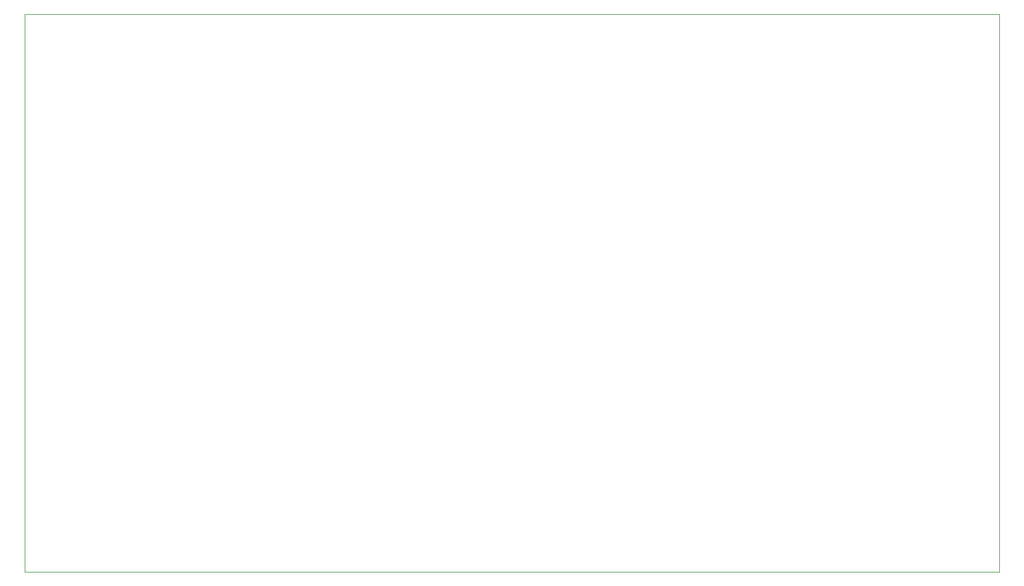
<source format=gm1>
G04 #@! TF.FileFunction,Profile,NP*
%FSLAX46Y46*%
G04 Gerber Fmt 4.6, Leading zero omitted, Abs format (unit mm)*
G04 Created by KiCad (PCBNEW (2015-12-28 BZR 6407, Git 3dff6c0)-product) date Sun 24 Jan 2016 05:08:26 PM EST*
%MOMM*%
G01*
G04 APERTURE LIST*
%ADD10C,0.100000*%
G04 APERTURE END LIST*
D10*
X13462000Y-14351000D02*
X13462000Y-94615000D01*
X153670000Y-14351000D02*
X13462000Y-14351000D01*
X153670000Y-94615000D02*
X153670000Y-14351000D01*
X13462000Y-94615000D02*
X153670000Y-94615000D01*
M02*

</source>
